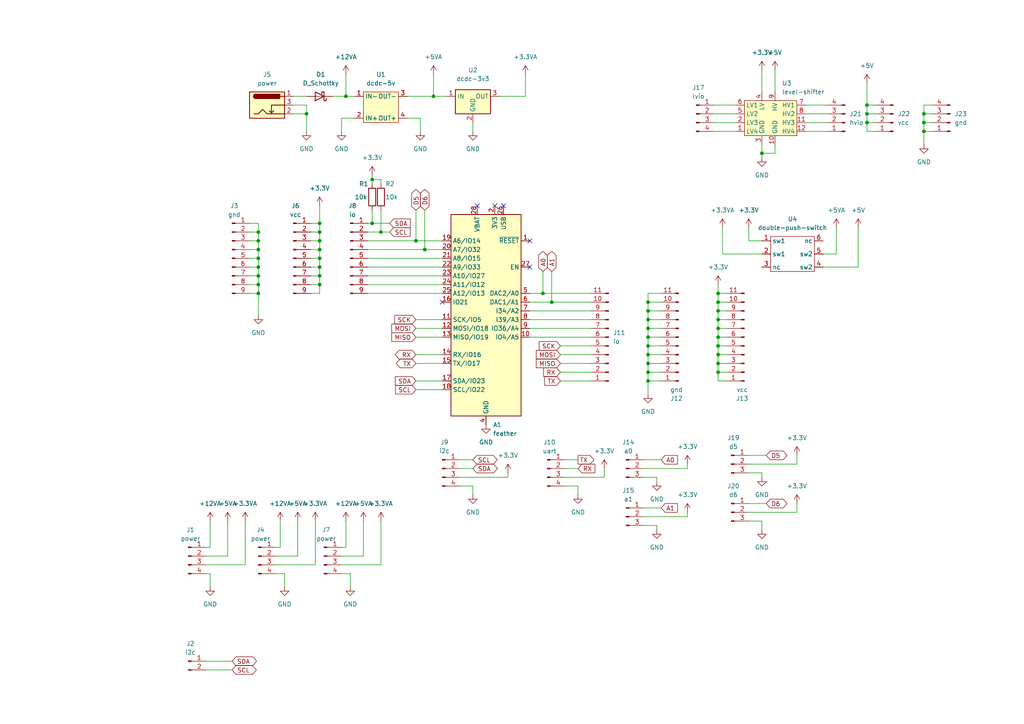
<source format=kicad_sch>
(kicad_sch (version 20211123) (generator eeschema)
  (paper "A4")
  (lib_symbols
    (symbol "Connector:Barrel_Jack_Switch" (pin_names hide)
      (property "Reference" "J" (at 0 5.334 0))
      (property "Value" "Barrel_Jack_Switch" (at 0 -5.08 0))
      (symbol "Barrel_Jack_Switch_0_1"
        (rectangle (start -5.08 3.81) (end 5.08 -3.81) (stroke (width 0.254)) (fill (type background)))
        (arc (start -3.302 3.175) (mid -3.937 2.54) (end -3.302 1.905) (stroke (width 0.254)))
        (arc (start -3.302 3.175) (mid -3.937 2.54) (end -3.302 1.905) (stroke (width 0.254)) (fill (type outline)))
        (polyline (pts (xy 1.27 -2.286) (xy 1.905 -1.651)) (stroke (width 0.254)))
        (polyline (pts (xy 5.08 2.54) (xy 3.81 2.54)) (stroke (width 0.254)))
        (polyline (pts (xy 5.08 0) (xy 1.27 0) (xy 1.27 -2.286) (xy 0.635 -1.651)) (stroke (width 0.254)))
        (polyline (pts (xy -3.81 -2.54) (xy -2.54 -2.54) (xy -1.27 -1.27) (xy 0 -2.54) (xy 2.54 -2.54) (xy 5.08 -2.54)) (stroke (width 0.254)))
        (rectangle (start 3.683 3.175) (end -3.302 1.905) (stroke (width 0.254)) (fill (type outline)))
      )
      (symbol "Barrel_Jack_Switch_1_1"
        (pin passive line (at 7.62 2.54 180) (length 2.54) (name "~") (number "1"))
        (pin passive line (at 7.62 -2.54 180) (length 2.54) (name "~") (number "2"))
        (pin passive line (at 7.62 0 180) (length 2.54) (name "~") (number "3"))
      )
    )
    (symbol "Connector:Conn_01x02_Male" (pin_names (offset 1.016) hide)
      (property "Reference" "J" (at 0 2.54 0))
      (property "Value" "Conn_01x02_Male" (at 0 -5.08 0))
      (symbol "Conn_01x02_Male_1_1"
        (polyline (pts (xy 1.27 -2.54) (xy 0.8636 -2.54)) (stroke (width 0.1524)))
        (polyline (pts (xy 1.27 0) (xy 0.8636 0)) (stroke (width 0.1524)))
        (rectangle (start 0.8636 -2.413) (end 0 -2.667) (stroke (width 0.1524)) (fill (type outline)))
        (rectangle (start 0.8636 0.127) (end 0 -0.127) (stroke (width 0.1524)) (fill (type outline)))
        (pin passive line (at 5.08 0 180) (length 3.81) (name "Pin_1") (number "1"))
        (pin passive line (at 5.08 -2.54 180) (length 3.81) (name "Pin_2") (number "2"))
      )
    )
    (symbol "Connector:Conn_01x03_Male" (pin_names (offset 1.016) hide)
      (property "Reference" "J" (at 0 5.08 0))
      (property "Value" "Conn_01x03_Male" (at 0 -5.08 0))
      (symbol "Conn_01x03_Male_1_1"
        (polyline (pts (xy 1.27 -2.54) (xy 0.8636 -2.54)) (stroke (width 0.1524)))
        (polyline (pts (xy 1.27 0) (xy 0.8636 0)) (stroke (width 0.1524)))
        (polyline (pts (xy 1.27 2.54) (xy 0.8636 2.54)) (stroke (width 0.1524)))
        (rectangle (start 0.8636 -2.413) (end 0 -2.667) (stroke (width 0.1524)) (fill (type outline)))
        (rectangle (start 0.8636 0.127) (end 0 -0.127) (stroke (width 0.1524)) (fill (type outline)))
        (rectangle (start 0.8636 2.667) (end 0 2.413) (stroke (width 0.1524)) (fill (type outline)))
        (pin passive line (at 5.08 2.54 180) (length 3.81) (name "Pin_1") (number "1"))
        (pin passive line (at 5.08 0 180) (length 3.81) (name "Pin_2") (number "2"))
        (pin passive line (at 5.08 -2.54 180) (length 3.81) (name "Pin_3") (number "3"))
      )
    )
    (symbol "Connector:Conn_01x04_Male" (pin_names (offset 1.016) hide)
      (property "Reference" "J" (at 0 5.08 0))
      (property "Value" "Conn_01x04_Male" (at 0 -7.62 0))
      (symbol "Conn_01x04_Male_1_1"
        (polyline (pts (xy 1.27 -5.08) (xy 0.8636 -5.08)) (stroke (width 0.1524)))
        (polyline (pts (xy 1.27 -2.54) (xy 0.8636 -2.54)) (stroke (width 0.1524)))
        (polyline (pts (xy 1.27 0) (xy 0.8636 0)) (stroke (width 0.1524)))
        (polyline (pts (xy 1.27 2.54) (xy 0.8636 2.54)) (stroke (width 0.1524)))
        (rectangle (start 0.8636 -4.953) (end 0 -5.207) (stroke (width 0.1524)) (fill (type outline)))
        (rectangle (start 0.8636 -2.413) (end 0 -2.667) (stroke (width 0.1524)) (fill (type outline)))
        (rectangle (start 0.8636 0.127) (end 0 -0.127) (stroke (width 0.1524)) (fill (type outline)))
        (rectangle (start 0.8636 2.667) (end 0 2.413) (stroke (width 0.1524)) (fill (type outline)))
        (pin passive line (at 5.08 2.54 180) (length 3.81) (name "Pin_1") (number "1"))
        (pin passive line (at 5.08 0 180) (length 3.81) (name "Pin_2") (number "2"))
        (pin passive line (at 5.08 -2.54 180) (length 3.81) (name "Pin_3") (number "3"))
        (pin passive line (at 5.08 -5.08 180) (length 3.81) (name "Pin_4") (number "4"))
      )
    )
    (symbol "Connector:Conn_01x09_Male" (pin_names (offset 1.016) hide)
      (property "Reference" "J" (at 0 12.7 0))
      (property "Value" "Conn_01x09_Male" (at 0 -12.7 0))
      (symbol "Conn_01x09_Male_1_1"
        (polyline (pts (xy 1.27 -10.16) (xy 0.8636 -10.16)) (stroke (width 0.1524)))
        (polyline (pts (xy 1.27 -7.62) (xy 0.8636 -7.62)) (stroke (width 0.1524)))
        (polyline (pts (xy 1.27 -5.08) (xy 0.8636 -5.08)) (stroke (width 0.1524)))
        (polyline (pts (xy 1.27 -2.54) (xy 0.8636 -2.54)) (stroke (width 0.1524)))
        (polyline (pts (xy 1.27 0) (xy 0.8636 0)) (stroke (width 0.1524)))
        (polyline (pts (xy 1.27 2.54) (xy 0.8636 2.54)) (stroke (width 0.1524)))
        (polyline (pts (xy 1.27 5.08) (xy 0.8636 5.08)) (stroke (width 0.1524)))
        (polyline (pts (xy 1.27 7.62) (xy 0.8636 7.62)) (stroke (width 0.1524)))
        (polyline (pts (xy 1.27 10.16) (xy 0.8636 10.16)) (stroke (width 0.1524)))
        (rectangle (start 0.8636 -10.033) (end 0 -10.287) (stroke (width 0.1524)) (fill (type outline)))
        (rectangle (start 0.8636 -7.493) (end 0 -7.747) (stroke (width 0.1524)) (fill (type outline)))
        (rectangle (start 0.8636 -4.953) (end 0 -5.207) (stroke (width 0.1524)) (fill (type outline)))
        (rectangle (start 0.8636 -2.413) (end 0 -2.667) (stroke (width 0.1524)) (fill (type outline)))
        (rectangle (start 0.8636 0.127) (end 0 -0.127) (stroke (width 0.1524)) (fill (type outline)))
        (rectangle (start 0.8636 2.667) (end 0 2.413) (stroke (width 0.1524)) (fill (type outline)))
        (rectangle (start 0.8636 5.207) (end 0 4.953) (stroke (width 0.1524)) (fill (type outline)))
        (rectangle (start 0.8636 7.747) (end 0 7.493) (stroke (width 0.1524)) (fill (type outline)))
        (rectangle (start 0.8636 10.287) (end 0 10.033) (stroke (width 0.1524)) (fill (type outline)))
        (pin passive line (at 5.08 10.16 180) (length 3.81) (name "Pin_1") (number "1"))
        (pin passive line (at 5.08 7.62 180) (length 3.81) (name "Pin_2") (number "2"))
        (pin passive line (at 5.08 5.08 180) (length 3.81) (name "Pin_3") (number "3"))
        (pin passive line (at 5.08 2.54 180) (length 3.81) (name "Pin_4") (number "4"))
        (pin passive line (at 5.08 0 180) (length 3.81) (name "Pin_5") (number "5"))
        (pin passive line (at 5.08 -2.54 180) (length 3.81) (name "Pin_6") (number "6"))
        (pin passive line (at 5.08 -5.08 180) (length 3.81) (name "Pin_7") (number "7"))
        (pin passive line (at 5.08 -7.62 180) (length 3.81) (name "Pin_8") (number "8"))
        (pin passive line (at 5.08 -10.16 180) (length 3.81) (name "Pin_9") (number "9"))
      )
    )
    (symbol "Connector:Conn_01x11_Male" (pin_names (offset 1.016) hide)
      (property "Reference" "J" (at 0 15.24 0))
      (property "Value" "Conn_01x11_Male" (at 0 -15.24 0))
      (symbol "Conn_01x11_Male_1_1"
        (polyline (pts (xy 1.27 -12.7) (xy 0.8636 -12.7)) (stroke (width 0.1524)))
        (polyline (pts (xy 1.27 -10.16) (xy 0.8636 -10.16)) (stroke (width 0.1524)))
        (polyline (pts (xy 1.27 -7.62) (xy 0.8636 -7.62)) (stroke (width 0.1524)))
        (polyline (pts (xy 1.27 -5.08) (xy 0.8636 -5.08)) (stroke (width 0.1524)))
        (polyline (pts (xy 1.27 -2.54) (xy 0.8636 -2.54)) (stroke (width 0.1524)))
        (polyline (pts (xy 1.27 0) (xy 0.8636 0)) (stroke (width 0.1524)))
        (polyline (pts (xy 1.27 2.54) (xy 0.8636 2.54)) (stroke (width 0.1524)))
        (polyline (pts (xy 1.27 5.08) (xy 0.8636 5.08)) (stroke (width 0.1524)))
        (polyline (pts (xy 1.27 7.62) (xy 0.8636 7.62)) (stroke (width 0.1524)))
        (polyline (pts (xy 1.27 10.16) (xy 0.8636 10.16)) (stroke (width 0.1524)))
        (polyline (pts (xy 1.27 12.7) (xy 0.8636 12.7)) (stroke (width 0.1524)))
        (rectangle (start 0.8636 -12.573) (end 0 -12.827) (stroke (width 0.1524)) (fill (type outline)))
        (rectangle (start 0.8636 -10.033) (end 0 -10.287) (stroke (width 0.1524)) (fill (type outline)))
        (rectangle (start 0.8636 -7.493) (end 0 -7.747) (stroke (width 0.1524)) (fill (type outline)))
        (rectangle (start 0.8636 -4.953) (end 0 -5.207) (stroke (width 0.1524)) (fill (type outline)))
        (rectangle (start 0.8636 -2.413) (end 0 -2.667) (stroke (width 0.1524)) (fill (type outline)))
        (rectangle (start 0.8636 0.127) (end 0 -0.127) (stroke (width 0.1524)) (fill (type outline)))
        (rectangle (start 0.8636 2.667) (end 0 2.413) (stroke (width 0.1524)) (fill (type outline)))
        (rectangle (start 0.8636 5.207) (end 0 4.953) (stroke (width 0.1524)) (fill (type outline)))
        (rectangle (start 0.8636 7.747) (end 0 7.493) (stroke (width 0.1524)) (fill (type outline)))
        (rectangle (start 0.8636 10.287) (end 0 10.033) (stroke (width 0.1524)) (fill (type outline)))
        (rectangle (start 0.8636 12.827) (end 0 12.573) (stroke (width 0.1524)) (fill (type outline)))
        (pin passive line (at 5.08 12.7 180) (length 3.81) (name "Pin_1") (number "1"))
        (pin passive line (at 5.08 -10.16 180) (length 3.81) (name "Pin_10") (number "10"))
        (pin passive line (at 5.08 -12.7 180) (length 3.81) (name "Pin_11") (number "11"))
        (pin passive line (at 5.08 10.16 180) (length 3.81) (name "Pin_2") (number "2"))
        (pin passive line (at 5.08 7.62 180) (length 3.81) (name "Pin_3") (number "3"))
        (pin passive line (at 5.08 5.08 180) (length 3.81) (name "Pin_4") (number "4"))
        (pin passive line (at 5.08 2.54 180) (length 3.81) (name "Pin_5") (number "5"))
        (pin passive line (at 5.08 0 180) (length 3.81) (name "Pin_6") (number "6"))
        (pin passive line (at 5.08 -2.54 180) (length 3.81) (name "Pin_7") (number "7"))
        (pin passive line (at 5.08 -5.08 180) (length 3.81) (name "Pin_8") (number "8"))
        (pin passive line (at 5.08 -7.62 180) (length 3.81) (name "Pin_9") (number "9"))
      )
    )
    (symbol "Converter_DCDC:OKI-78SR-3.3_1.5-W36-C"
      (property "Reference" "U" (at -3.81 3.175 0))
      (property "Value" "OKI-78SR-3.3_1.5-W36-C" (at 0 3.175 0))
      (symbol "OKI-78SR-3.3_1.5-W36-C_0_1"
        (rectangle (start -5.08 1.905) (end 5.08 -5.08) (stroke (width 0.254)) (fill (type background)))
      )
      (symbol "OKI-78SR-3.3_1.5-W36-C_1_1"
        (pin power_in line (at -7.62 0 0) (length 2.54) (name "IN") (number "1"))
        (pin power_in line (at 0 -7.62 90) (length 2.54) (name "GND") (number "2"))
        (pin power_out line (at 7.62 0 180) (length 2.54) (name "OUT") (number "3"))
      )
    )
    (symbol "Device:D_Schottky" (pin_numbers hide) (pin_names (offset 1.016) hide)
      (property "Reference" "D" (at 0 2.54 0))
      (property "Value" "D_Schottky" (at 0 -2.54 0))
      (symbol "D_Schottky_0_1"
        (polyline (pts (xy 1.27 0) (xy -1.27 0)))
        (polyline (pts (xy 1.27 1.27) (xy 1.27 -1.27) (xy -1.27 0) (xy 1.27 1.27)) (stroke (width 0.254)))
        (polyline (pts (xy -1.905 0.635) (xy -1.905 1.27) (xy -1.27 1.27) (xy -1.27 -1.27) (xy -0.635 -1.27) (xy -0.635 -0.635)) (stroke (width 0.254)))
      )
      (symbol "D_Schottky_1_1"
        (pin passive line (at -3.81 0 0) (length 2.54) (name "K") (number "1"))
        (pin passive line (at 3.81 0 180) (length 2.54) (name "A") (number "2"))
      )
    )
    (symbol "Device:R" (pin_numbers hide) (pin_names (offset 0))
      (property "Reference" "R" (at 2.032 0 90))
      (property "Value" "R" (at 0 0 90))
      (symbol "R_0_1"
        (rectangle (start -1.016 -2.54) (end 1.016 2.54) (stroke (width 0.254)))
      )
      (symbol "R_1_1"
        (pin passive line (at 0 3.81 270) (length 1.27) (name "~") (number "1"))
        (pin passive line (at 0 -3.81 90) (length 1.27) (name "~") (number "2"))
      )
    )
    (symbol "MCU_Module:Adafruit_Feather_HUZZAH32_ESP32"
      (property "Reference" "A" (at -10.16 29.21 0))
      (property "Value" "Adafruit_Feather_HUZZAH32_ESP32" (at 2.54 -31.75 0))
      (symbol "Adafruit_Feather_HUZZAH32_ESP32_0_1"
        (rectangle (start -10.16 27.94) (end 10.16 -30.48) (stroke (width 0.254)) (fill (type background)))
      )
      (symbol "Adafruit_Feather_HUZZAH32_ESP32_1_1"
        (pin input line (at 12.7 20.32 180) (length 2.54) (name "~{RESET}") (number "1"))
        (pin bidirectional line (at 12.7 -7.62 180) (length 2.54) (name "IO4/A5") (number "10"))
        (pin bidirectional line (at -12.7 -2.54 0) (length 2.54) (name "SCK/IO5") (number "11"))
        (pin bidirectional line (at -12.7 -5.08 0) (length 2.54) (name "MOSI/IO18") (number "12"))
        (pin bidirectional line (at -12.7 -7.62 0) (length 2.54) (name "MISO/IO19") (number "13"))
        (pin bidirectional line (at -12.7 -12.7 0) (length 2.54) (name "RX/IO16") (number "14"))
        (pin bidirectional line (at -12.7 -15.24 0) (length 2.54) (name "TX/IO17") (number "15"))
        (pin bidirectional line (at -12.7 2.54 0) (length 2.54) (name "IO21") (number "16"))
        (pin bidirectional line (at -12.7 -20.32 0) (length 2.54) (name "SDA/IO23") (number "17"))
        (pin bidirectional line (at -12.7 -22.86 0) (length 2.54) (name "SCL/IO22") (number "18"))
        (pin bidirectional line (at -12.7 20.32 0) (length 2.54) (name "A6/IO14") (number "19"))
        (pin power_in line (at 2.54 30.48 270) (length 2.54) (name "3V3") (number "2"))
        (pin bidirectional line (at -12.7 17.78 0) (length 2.54) (name "A7/IO32") (number "20"))
        (pin bidirectional line (at -12.7 15.24 0) (length 2.54) (name "A8/IO15") (number "21"))
        (pin bidirectional line (at -12.7 12.7 0) (length 2.54) (name "A9/IO33") (number "22"))
        (pin bidirectional line (at -12.7 10.16 0) (length 2.54) (name "A10/IO27") (number "23"))
        (pin bidirectional line (at -12.7 7.62 0) (length 2.54) (name "A11/IO12") (number "24"))
        (pin bidirectional line (at -12.7 5.08 0) (length 2.54) (name "A12/IO13") (number "25"))
        (pin power_in line (at 5.08 30.48 270) (length 2.54) (name "USB") (number "26"))
        (pin input line (at 12.7 12.7 180) (length 2.54) (name "EN") (number "27"))
        (pin power_in line (at -2.54 30.48 270) (length 2.54) (name "VBAT") (number "28"))
        (pin no_connect line (at 10.16 10.16 180) (length 2.54) hide (name "NC") (number "3"))
        (pin power_in line (at 0 -33.02 90) (length 2.54) (name "GND") (number "4"))
        (pin bidirectional line (at 12.7 5.08 180) (length 2.54) (name "DAC2/A0") (number "5"))
        (pin bidirectional line (at 12.7 2.54 180) (length 2.54) (name "DAC1/A1") (number "6"))
        (pin bidirectional line (at 12.7 0 180) (length 2.54) (name "I34/A2") (number "7"))
        (pin bidirectional line (at 12.7 -2.54 180) (length 2.54) (name "I39/A3") (number "8"))
        (pin bidirectional line (at 12.7 -5.08 180) (length 2.54) (name "IO36/A4") (number "9"))
      )
    )
    (symbol "My_Library:dcdc-converter"
      (property "Reference" "U" (at 0 0 0))
      (property "Value" "dcdc-converter" (at 0 0 0))
      (symbol "dcdc-converter_0_1"
        (rectangle (start 5.08 -3.81) (end -5.08 5.08) (fill (type background)))
      )
      (symbol "dcdc-converter_1_1"
        (pin power_in line (at -7.62 3.81 0) (length 2.54) (name "IN-") (number "1"))
        (pin power_in line (at -7.62 -2.54 0) (length 2.54) (name "IN+") (number "2"))
        (pin power_out line (at 7.62 3.81 180) (length 2.54) (name "OUT-") (number "3"))
        (pin power_out line (at 7.62 -2.54 180) (length 2.54) (name "OUT+") (number "4"))
      )
    )
    (symbol "My_Library:double-push-switch"
      (property "Reference" "U" (at 0 0 0))
      (property "Value" "double-push-switch" (at 0 8.89 0))
      (symbol "double-push-switch_0_1"
        (rectangle (start -6.35 5.08) (end 6.35 -5.08))
      )
      (symbol "double-push-switch_1_1"
        (pin power_out line (at -8.89 3.81 0) (length 2.54) (name "sw1") (number "1"))
        (pin power_in line (at -8.89 0 0) (length 2.54) (name "sw1") (number "2"))
        (pin free line (at -8.89 -3.81 0) (length 2.54) (name "nc") (number "3"))
        (pin power_out line (at 8.89 -3.81 180) (length 2.54) (name "sw2") (number "4"))
        (pin power_in line (at 8.89 0 180) (length 2.54) (name "sw2") (number "5"))
        (pin free line (at 8.89 3.81 180) (length 2.54) (name "nc") (number "6"))
      )
    )
    (symbol "My_Library:level-shifter"
      (property "Reference" "U" (at 0 0 0))
      (property "Value" "level-shifter" (at 0 0 0))
      (symbol "level-shifter_0_1"
        (rectangle (start -3.81 3.81) (end 11.43 -6.35) (fill (type background)))
      )
      (symbol "level-shifter_1_1"
        (pin bidirectional line (at -6.35 -5.08 0) (length 2.54) (name "LV4") (number "1"))
        (pin power_in line (at 5.08 -8.89 90) (length 2.54) (name "GND") (number "10"))
        (pin bidirectional line (at 13.97 -2.54 180) (length 2.54) (name "HV3") (number "11"))
        (pin bidirectional line (at 13.97 -5.08 180) (length 2.54) (name "HV4") (number "12"))
        (pin bidirectional line (at -6.35 -2.54 0) (length 2.54) (name "LV3") (number "2"))
        (pin power_in line (at 1.27 -8.89 90) (length 2.54) (name "GND") (number "3"))
        (pin power_in line (at 1.27 6.35 270) (length 2.54) (name "LV") (number "4"))
        (pin bidirectional line (at -6.35 0 0) (length 2.54) (name "LV2") (number "5"))
        (pin bidirectional line (at -6.35 2.54 0) (length 2.54) (name "LV1") (number "6"))
        (pin bidirectional line (at 13.97 2.54 180) (length 2.54) (name "HV1") (number "7"))
        (pin bidirectional line (at 13.97 0 180) (length 2.54) (name "HV2") (number "8"))
        (pin power_in line (at 5.08 6.35 270) (length 2.54) (name "HV") (number "9"))
      )
    )
    (symbol "power:+12VA" (power) (pin_names (offset 0))
      (property "Value" "+12VA" (at 0 3.556 0))
      (symbol "+12VA_0_1"
        (polyline (pts (xy -0.762 1.27) (xy 0 2.54)))
        (polyline (pts (xy 0 0) (xy 0 2.54)))
        (polyline (pts (xy 0 2.54) (xy 0.762 1.27)))
      )
      (symbol "+12VA_1_1"
        (pin power_in line (at 0 0 90) (length 0) hide (name "+12VA") (number "1"))
      )
    )
    (symbol "power:+3.3V" (power) (pin_names (offset 0))
      (property "Value" "+3.3V" (at 0 3.556 0))
      (symbol "+3.3V_0_1"
        (polyline (pts (xy -0.762 1.27) (xy 0 2.54)))
        (polyline (pts (xy 0 0) (xy 0 2.54)))
        (polyline (pts (xy 0 2.54) (xy 0.762 1.27)))
      )
      (symbol "+3.3V_1_1"
        (pin power_in line (at 0 0 90) (length 0) hide (name "+3.3V") (number "1"))
      )
    )
    (symbol "power:+3.3VA" (power) (pin_names (offset 0))
      (property "Value" "+3.3VA" (at 0 3.556 0))
      (symbol "+3.3VA_0_1"
        (polyline (pts (xy -0.762 1.27) (xy 0 2.54)))
        (polyline (pts (xy 0 0) (xy 0 2.54)))
        (polyline (pts (xy 0 2.54) (xy 0.762 1.27)))
      )
      (symbol "+3.3VA_1_1"
        (pin power_in line (at 0 0 90) (length 0) hide (name "+3.3VA") (number "1"))
      )
    )
    (symbol "power:+5V" (power) (pin_names (offset 0))
      (property "Value" "+5V" (at 0 3.556 0))
      (symbol "+5V_0_1"
        (polyline (pts (xy -0.762 1.27) (xy 0 2.54)))
        (polyline (pts (xy 0 0) (xy 0 2.54)))
        (polyline (pts (xy 0 2.54) (xy 0.762 1.27)))
      )
      (symbol "+5V_1_1"
        (pin power_in line (at 0 0 90) (length 0) hide (name "+5V") (number "1"))
      )
    )
    (symbol "power:+5VA" (power) (pin_names (offset 0))
      (property "Value" "+5VA" (at 0 3.556 0))
      (symbol "+5VA_0_1"
        (polyline (pts (xy -0.762 1.27) (xy 0 2.54)))
        (polyline (pts (xy 0 0) (xy 0 2.54)))
        (polyline (pts (xy 0 2.54) (xy 0.762 1.27)))
      )
      (symbol "+5VA_1_1"
        (pin power_in line (at 0 0 90) (length 0) hide (name "+5VA") (number "1"))
      )
    )
    (symbol "power:GND" (power) (pin_names (offset 0))
      (property "Value" "GND" (at 0 -3.81 0))
      (symbol "GND_0_1"
        (polyline (pts (xy 0 0) (xy 0 -1.27) (xy 1.27 -1.27) (xy 0 -2.54) (xy -1.27 -1.27) (xy 0 -1.27)))
      )
      (symbol "GND_1_1"
        (pin power_in line (at 0 0 270) (length 0) hide (name "GND") (number "1"))
      )
    )
  )
  (junction (at 208.28 87.63))
  (junction (at 187.96 90.17))
  (junction (at 267.97 33.02))
  (junction (at 92.71 69.85))
  (junction (at 220.98 44.45))
  (junction (at 208.28 92.71))
  (junction (at 208.28 105.41))
  (junction (at 120.65 69.85))
  (junction (at 110.49 67.31))
  (junction (at 187.96 92.71))
  (junction (at 74.93 69.85))
  (junction (at 92.71 72.39))
  (junction (at 187.96 97.79))
  (junction (at 208.28 100.33))
  (junction (at 187.96 102.87))
  (junction (at 208.28 97.79))
  (junction (at 74.93 85.09))
  (junction (at 187.96 87.63))
  (junction (at 208.28 90.17))
  (junction (at 187.96 107.95))
  (junction (at 187.96 110.49))
  (junction (at 74.93 77.47))
  (junction (at 208.28 95.25))
  (junction (at 267.97 38.1))
  (junction (at 187.96 95.25))
  (junction (at 208.28 85.09))
  (junction (at 74.93 72.39))
  (junction (at 92.71 82.55))
  (junction (at 107.95 52.07))
  (junction (at 187.96 105.41))
  (junction (at 74.93 82.55))
  (junction (at 92.71 74.93))
  (junction (at 251.46 35.56))
  (junction (at 187.96 100.33))
  (junction (at 208.28 102.87))
  (junction (at 157.48 85.09))
  (junction (at 123.19 72.39))
  (junction (at 160.02 87.63))
  (junction (at 100.33 27.94))
  (junction (at 74.93 80.01))
  (junction (at 107.95 64.77))
  (junction (at 267.97 35.56))
  (junction (at 125.73 27.94))
  (junction (at 88.9 33.02))
  (junction (at 74.93 67.31))
  (junction (at 74.93 74.93))
  (junction (at 92.71 64.77))
  (junction (at 251.46 33.02))
  (junction (at 92.71 77.47))
  (junction (at 208.28 107.95))
  (junction (at 251.46 30.48))
  (junction (at 92.71 80.01))
  (junction (at 92.71 67.31))
  (no_connect (at 138.43 59.69))
  (no_connect (at 146.05 59.69))
  (no_connect (at 143.51 59.69))
  (no_connect (at 128.27 87.63))
  (no_connect (at 153.67 77.47))
  (no_connect (at 153.67 69.85))
  (wire (pts (xy 187.96 110.49) (xy 187.96 114.3)))
  (wire (pts (xy 210.82 102.87) (xy 208.28 102.87)))
  (wire (pts (xy 80.01 166.37) (xy 82.55 166.37)))
  (wire (pts (xy 74.93 67.31) (xy 74.93 69.85)))
  (wire (pts (xy 72.39 77.47) (xy 74.93 77.47)))
  (wire (pts (xy 133.35 140.97) (xy 137.16 140.97)))
  (wire (pts (xy 85.09 27.94) (xy 88.9 27.94)))
  (wire (pts (xy 59.69 161.29) (xy 66.04 161.29)))
  (wire (pts (xy 208.28 102.87) (xy 208.28 105.41)))
  (wire (pts (xy 231.14 148.59) (xy 231.14 146.05)))
  (wire (pts (xy 186.69 152.4) (xy 190.5 152.4)))
  (wire (pts (xy 251.46 30.48) (xy 251.46 33.02)))
  (wire (pts (xy 210.82 97.79) (xy 208.28 97.79)))
  (wire (pts (xy 72.39 69.85) (xy 74.93 69.85)))
  (wire (pts (xy 162.56 107.95) (xy 171.45 107.95)))
  (wire (pts (xy 238.76 77.47) (xy 248.92 77.47)))
  (wire (pts (xy 59.69 166.37) (xy 60.96 166.37)))
  (wire (pts (xy 60.96 166.37) (xy 60.96 170.18)))
  (wire (pts (xy 217.17 146.05) (xy 222.25 146.05)))
  (wire (pts (xy 224.79 41.91) (xy 224.79 44.45)))
  (wire (pts (xy 199.39 149.86) (xy 199.39 148.59)))
  (wire (pts (xy 187.96 107.95) (xy 187.96 105.41)))
  (wire (pts (xy 120.65 105.41) (xy 128.27 105.41)))
  (wire (pts (xy 74.93 64.77) (xy 74.93 67.31)))
  (wire (pts (xy 110.49 60.96) (xy 110.49 67.31)))
  (wire (pts (xy 191.77 87.63) (xy 187.96 87.63)))
  (wire (pts (xy 251.46 33.02) (xy 251.46 35.56)))
  (wire (pts (xy 153.67 92.71) (xy 171.45 92.71)))
  (wire (pts (xy 248.92 77.47) (xy 248.92 66.04)))
  (wire (pts (xy 80.01 158.75) (xy 81.28 158.75)))
  (wire (pts (xy 186.69 147.32) (xy 191.77 147.32)))
  (wire (pts (xy 163.83 133.35) (xy 167.64 133.35)))
  (wire (pts (xy 153.67 97.79) (xy 171.45 97.79)))
  (wire (pts (xy 60.96 158.75) (xy 59.69 158.75)))
  (wire (pts (xy 121.92 34.29) (xy 121.92 38.1)))
  (wire (pts (xy 191.77 90.17) (xy 187.96 90.17)))
  (wire (pts (xy 186.69 135.89) (xy 199.39 135.89)))
  (wire (pts (xy 220.98 20.32) (xy 220.98 26.67)))
  (wire (pts (xy 190.5 152.4) (xy 190.5 153.67)))
  (wire (pts (xy 217.17 69.85) (xy 220.98 69.85)))
  (wire (pts (xy 106.68 74.93) (xy 128.27 74.93)))
  (wire (pts (xy 92.71 64.77) (xy 92.71 67.31)))
  (wire (pts (xy 100.33 21.59) (xy 100.33 27.94)))
  (wire (pts (xy 217.17 132.08) (xy 222.25 132.08)))
  (wire (pts (xy 187.96 110.49) (xy 187.96 107.95)))
  (wire (pts (xy 72.39 80.01) (xy 74.93 80.01)))
  (wire (pts (xy 270.51 35.56) (xy 267.97 35.56)))
  (wire (pts (xy 120.65 102.87) (xy 128.27 102.87)))
  (wire (pts (xy 99.06 166.37) (xy 101.6 166.37)))
  (wire (pts (xy 186.69 138.43) (xy 190.5 138.43)))
  (wire (pts (xy 191.77 85.09) (xy 187.96 85.09)))
  (wire (pts (xy 80.01 161.29) (xy 86.36 161.29)))
  (wire (pts (xy 152.4 21.59) (xy 152.4 27.94)))
  (wire (pts (xy 90.17 72.39) (xy 92.71 72.39)))
  (wire (pts (xy 163.83 138.43) (xy 175.26 138.43)))
  (wire (pts (xy 153.67 90.17) (xy 171.45 90.17)))
  (wire (pts (xy 251.46 24.13) (xy 251.46 30.48)))
  (wire (pts (xy 187.96 102.87) (xy 187.96 100.33)))
  (wire (pts (xy 120.65 113.03) (xy 128.27 113.03)))
  (wire (pts (xy 224.79 20.32) (xy 224.79 26.67)))
  (wire (pts (xy 107.95 52.07) (xy 107.95 53.34)))
  (wire (pts (xy 210.82 107.95) (xy 208.28 107.95)))
  (wire (pts (xy 160.02 78.74) (xy 160.02 87.63)))
  (wire (pts (xy 187.96 105.41) (xy 187.96 102.87)))
  (wire (pts (xy 110.49 52.07) (xy 107.95 52.07)))
  (wire (pts (xy 125.73 27.94) (xy 129.54 27.94)))
  (wire (pts (xy 160.02 87.63) (xy 171.45 87.63)))
  (wire (pts (xy 217.17 66.04) (xy 217.17 69.85)))
  (wire (pts (xy 100.33 27.94) (xy 102.87 27.94)))
  (wire (pts (xy 208.28 95.25) (xy 208.28 97.79)))
  (wire (pts (xy 133.35 138.43) (xy 147.32 138.43)))
  (wire (pts (xy 267.97 33.02) (xy 267.97 35.56)))
  (wire (pts (xy 210.82 85.09) (xy 208.28 85.09)))
  (wire (pts (xy 72.39 74.93) (xy 74.93 74.93)))
  (wire (pts (xy 186.69 149.86) (xy 199.39 149.86)))
  (wire (pts (xy 106.68 80.01) (xy 128.27 80.01)))
  (wire (pts (xy 251.46 38.1) (xy 254 38.1)))
  (wire (pts (xy 210.82 100.33) (xy 208.28 100.33)))
  (wire (pts (xy 187.96 97.79) (xy 187.96 95.25)))
  (wire (pts (xy 191.77 100.33) (xy 187.96 100.33)))
  (wire (pts (xy 210.82 105.41) (xy 208.28 105.41)))
  (wire (pts (xy 137.16 35.56) (xy 137.16 38.1)))
  (wire (pts (xy 92.71 69.85) (xy 92.71 72.39)))
  (wire (pts (xy 210.82 87.63) (xy 208.28 87.63)))
  (wire (pts (xy 171.45 85.09) (xy 157.48 85.09)))
  (wire (pts (xy 120.65 69.85) (xy 128.27 69.85)))
  (wire (pts (xy 80.01 163.83) (xy 91.44 163.83)))
  (wire (pts (xy 217.17 151.13) (xy 220.98 151.13)))
  (wire (pts (xy 99.06 158.75) (xy 100.33 158.75)))
  (wire (pts (xy 208.28 87.63) (xy 208.28 90.17)))
  (wire (pts (xy 74.93 74.93) (xy 74.93 77.47)))
  (wire (pts (xy 191.77 95.25) (xy 187.96 95.25)))
  (wire (pts (xy 90.17 74.93) (xy 92.71 74.93)))
  (wire (pts (xy 270.51 38.1) (xy 267.97 38.1)))
  (wire (pts (xy 99.06 34.29) (xy 99.06 38.1)))
  (wire (pts (xy 191.77 105.41) (xy 187.96 105.41)))
  (wire (pts (xy 92.71 74.93) (xy 92.71 72.39)))
  (wire (pts (xy 133.35 133.35) (xy 137.16 133.35)))
  (wire (pts (xy 175.26 138.43) (xy 175.26 135.89)))
  (wire (pts (xy 72.39 82.55) (xy 74.93 82.55)))
  (wire (pts (xy 110.49 53.34) (xy 110.49 52.07)))
  (wire (pts (xy 92.71 82.55) (xy 92.71 80.01)))
  (wire (pts (xy 125.73 21.59) (xy 125.73 27.94)))
  (wire (pts (xy 92.71 80.01) (xy 92.71 77.47)))
  (wire (pts (xy 208.28 97.79) (xy 208.28 100.33)))
  (wire (pts (xy 90.17 67.31) (xy 92.71 67.31)))
  (wire (pts (xy 82.55 166.37) (xy 82.55 170.18)))
  (wire (pts (xy 90.17 82.55) (xy 92.71 82.55)))
  (wire (pts (xy 71.12 163.83) (xy 71.12 151.13)))
  (wire (pts (xy 163.83 135.89) (xy 167.64 135.89)))
  (wire (pts (xy 92.71 59.69) (xy 92.71 64.77)))
  (wire (pts (xy 144.78 27.94) (xy 152.4 27.94)))
  (wire (pts (xy 153.67 85.09) (xy 157.48 85.09)))
  (wire (pts (xy 270.51 33.02) (xy 267.97 33.02)))
  (wire (pts (xy 100.33 158.75) (xy 100.33 151.13)))
  (wire (pts (xy 220.98 41.91) (xy 220.98 44.45)))
  (wire (pts (xy 118.11 27.94) (xy 125.73 27.94)))
  (wire (pts (xy 209.55 73.66) (xy 220.98 73.66)))
  (wire (pts (xy 72.39 72.39) (xy 74.93 72.39)))
  (wire (pts (xy 208.28 107.95) (xy 208.28 110.49)))
  (wire (pts (xy 86.36 161.29) (xy 86.36 151.13)))
  (wire (pts (xy 231.14 134.62) (xy 231.14 132.08)))
  (wire (pts (xy 208.28 105.41) (xy 208.28 107.95)))
  (wire (pts (xy 153.67 87.63) (xy 160.02 87.63)))
  (wire (pts (xy 81.28 158.75) (xy 81.28 151.13)))
  (wire (pts (xy 167.64 140.97) (xy 167.64 143.51)))
  (wire (pts (xy 220.98 151.13) (xy 220.98 153.67)))
  (wire (pts (xy 106.68 72.39) (xy 123.19 72.39)))
  (wire (pts (xy 120.65 97.79) (xy 128.27 97.79)))
  (wire (pts (xy 123.19 72.39) (xy 128.27 72.39)))
  (wire (pts (xy 210.82 95.25) (xy 208.28 95.25)))
  (wire (pts (xy 118.11 34.29) (xy 121.92 34.29)))
  (wire (pts (xy 110.49 67.31) (xy 113.03 67.31)))
  (wire (pts (xy 90.17 77.47) (xy 92.71 77.47)))
  (wire (pts (xy 147.32 138.43) (xy 147.32 137.16)))
  (wire (pts (xy 90.17 64.77) (xy 92.71 64.77)))
  (wire (pts (xy 224.79 44.45) (xy 220.98 44.45)))
  (wire (pts (xy 74.93 85.09) (xy 74.93 91.44)))
  (wire (pts (xy 106.68 82.55) (xy 128.27 82.55)))
  (wire (pts (xy 162.56 105.41) (xy 171.45 105.41)))
  (wire (pts (xy 157.48 78.74) (xy 157.48 85.09)))
  (wire (pts (xy 251.46 35.56) (xy 254 35.56)))
  (wire (pts (xy 66.04 161.29) (xy 66.04 151.13)))
  (wire (pts (xy 120.65 92.71) (xy 128.27 92.71)))
  (wire (pts (xy 207.01 35.56) (xy 213.36 35.56)))
  (wire (pts (xy 220.98 44.45) (xy 220.98 45.72)))
  (wire (pts (xy 186.69 133.35) (xy 191.77 133.35)))
  (wire (pts (xy 207.01 33.02) (xy 213.36 33.02)))
  (wire (pts (xy 99.06 161.29) (xy 105.41 161.29)))
  (wire (pts (xy 133.35 135.89) (xy 137.16 135.89)))
  (wire (pts (xy 74.93 69.85) (xy 74.93 72.39)))
  (wire (pts (xy 162.56 110.49) (xy 171.45 110.49)))
  (wire (pts (xy 59.69 191.77) (xy 67.31 191.77)))
  (wire (pts (xy 217.17 137.16) (xy 220.98 137.16)))
  (wire (pts (xy 209.55 66.04) (xy 209.55 73.66)))
  (wire (pts (xy 233.68 35.56) (xy 240.03 35.56)))
  (wire (pts (xy 238.76 73.66) (xy 242.57 73.66)))
  (wire (pts (xy 74.93 80.01) (xy 74.93 82.55)))
  (wire (pts (xy 187.96 92.71) (xy 187.96 90.17)))
  (wire (pts (xy 267.97 35.56) (xy 267.97 38.1)))
  (wire (pts (xy 88.9 33.02) (xy 88.9 38.1)))
  (wire (pts (xy 208.28 90.17) (xy 208.28 92.71)))
  (wire (pts (xy 72.39 67.31) (xy 74.93 67.31)))
  (wire (pts (xy 88.9 30.48) (xy 88.9 33.02)))
  (wire (pts (xy 208.28 92.71) (xy 208.28 95.25)))
  (wire (pts (xy 106.68 69.85) (xy 120.65 69.85)))
  (wire (pts (xy 92.71 85.09) (xy 92.71 82.55)))
  (wire (pts (xy 251.46 35.56) (xy 251.46 38.1)))
  (wire (pts (xy 123.19 60.96) (xy 123.19 72.39)))
  (wire (pts (xy 270.51 30.48) (xy 267.97 30.48)))
  (wire (pts (xy 199.39 135.89) (xy 199.39 134.62)))
  (wire (pts (xy 210.82 92.71) (xy 208.28 92.71)))
  (wire (pts (xy 233.68 30.48) (xy 240.03 30.48)))
  (wire (pts (xy 120.65 110.49) (xy 128.27 110.49)))
  (wire (pts (xy 208.28 85.09) (xy 208.28 87.63)))
  (wire (pts (xy 90.17 85.09) (xy 92.71 85.09)))
  (wire (pts (xy 59.69 194.31) (xy 67.31 194.31)))
  (wire (pts (xy 187.96 95.25) (xy 187.96 92.71)))
  (wire (pts (xy 60.96 151.13) (xy 60.96 158.75)))
  (wire (pts (xy 191.77 110.49) (xy 187.96 110.49)))
  (wire (pts (xy 90.17 80.01) (xy 92.71 80.01)))
  (wire (pts (xy 242.57 73.66) (xy 242.57 66.04)))
  (wire (pts (xy 120.65 95.25) (xy 128.27 95.25)))
  (wire (pts (xy 208.28 82.55) (xy 208.28 85.09)))
  (wire (pts (xy 92.71 67.31) (xy 92.71 69.85)))
  (wire (pts (xy 120.65 60.96) (xy 120.65 69.85)))
  (wire (pts (xy 74.93 77.47) (xy 74.93 80.01)))
  (wire (pts (xy 267.97 30.48) (xy 267.97 33.02)))
  (wire (pts (xy 187.96 100.33) (xy 187.96 97.79)))
  (wire (pts (xy 162.56 102.87) (xy 171.45 102.87)))
  (wire (pts (xy 72.39 85.09) (xy 74.93 85.09)))
  (wire (pts (xy 96.52 27.94) (xy 100.33 27.94)))
  (wire (pts (xy 251.46 33.02) (xy 254 33.02)))
  (wire (pts (xy 187.96 87.63) (xy 187.96 85.09)))
  (wire (pts (xy 106.68 77.47) (xy 128.27 77.47)))
  (wire (pts (xy 107.95 50.8) (xy 107.95 52.07)))
  (wire (pts (xy 190.5 138.43) (xy 190.5 139.7)))
  (wire (pts (xy 163.83 140.97) (xy 167.64 140.97)))
  (wire (pts (xy 207.01 38.1) (xy 213.36 38.1)))
  (wire (pts (xy 102.87 34.29) (xy 99.06 34.29)))
  (wire (pts (xy 191.77 102.87) (xy 187.96 102.87)))
  (wire (pts (xy 267.97 38.1) (xy 267.97 41.91)))
  (wire (pts (xy 217.17 148.59) (xy 231.14 148.59)))
  (wire (pts (xy 101.6 166.37) (xy 101.6 170.18)))
  (wire (pts (xy 106.68 85.09) (xy 128.27 85.09)))
  (wire (pts (xy 74.93 72.39) (xy 74.93 74.93)))
  (wire (pts (xy 106.68 67.31) (xy 110.49 67.31)))
  (wire (pts (xy 217.17 134.62) (xy 231.14 134.62)))
  (wire (pts (xy 91.44 163.83) (xy 91.44 151.13)))
  (wire (pts (xy 162.56 100.33) (xy 171.45 100.33)))
  (wire (pts (xy 59.69 163.83) (xy 71.12 163.83)))
  (wire (pts (xy 251.46 30.48) (xy 254 30.48)))
  (wire (pts (xy 233.68 33.02) (xy 240.03 33.02)))
  (wire (pts (xy 220.98 137.16) (xy 220.98 138.43)))
  (wire (pts (xy 233.68 38.1) (xy 240.03 38.1)))
  (wire (pts (xy 107.95 64.77) (xy 113.03 64.77)))
  (wire (pts (xy 137.16 140.97) (xy 137.16 143.51)))
  (wire (pts (xy 72.39 64.77) (xy 74.93 64.77)))
  (wire (pts (xy 207.01 30.48) (xy 213.36 30.48)))
  (wire (pts (xy 99.06 163.83) (xy 110.49 163.83)))
  (wire (pts (xy 191.77 97.79) (xy 187.96 97.79)))
  (wire (pts (xy 85.09 30.48) (xy 88.9 30.48)))
  (wire (pts (xy 92.71 77.47) (xy 92.71 74.93)))
  (wire (pts (xy 90.17 69.85) (xy 92.71 69.85)))
  (wire (pts (xy 74.93 82.55) (xy 74.93 85.09)))
  (wire (pts (xy 106.68 64.77) (xy 107.95 64.77)))
  (wire (pts (xy 210.82 110.49) (xy 208.28 110.49)))
  (wire (pts (xy 191.77 107.95) (xy 187.96 107.95)))
  (wire (pts (xy 191.77 92.71) (xy 187.96 92.71)))
  (wire (pts (xy 153.67 95.25) (xy 171.45 95.25)))
  (wire (pts (xy 187.96 90.17) (xy 187.96 87.63)))
  (wire (pts (xy 107.95 60.96) (xy 107.95 64.77)))
  (wire (pts (xy 105.41 161.29) (xy 105.41 151.13)))
  (wire (pts (xy 85.09 33.02) (xy 88.9 33.02)))
  (wire (pts (xy 110.49 163.83) (xy 110.49 151.13)))
  (wire (pts (xy 210.82 90.17) (xy 208.28 90.17)))
  (wire (pts (xy 208.28 100.33) (xy 208.28 102.87)))
  (global_label "SCL" (shape bidirectional) (at 137.16 133.35 0) (property "Intersheet References" "${INTERSHEET_REFS}" (effects hide)))
  (global_label "MISO" (shape input) (at 120.65 97.79 180) (property "Intersheet References" "${INTERSHEET_REFS}" (effects hide)))
  (global_label "SCL" (shape input) (at 113.03 67.31 0) (property "Intersheet References" "${INTERSHEET_REFS}" (effects hide)))
  (global_label "A0" (shape input) (at 191.77 133.35 0) (property "Intersheet References" "${INTERSHEET_REFS}" (effects hide)))
  (global_label "D5" (shape bidirectional) (at 222.25 132.08 0) (property "Intersheet References" "${INTERSHEET_REFS}" (effects hide)))
  (global_label "SCL" (shape bidirectional) (at 67.31 194.31 0) (property "Intersheet References" "${INTERSHEET_REFS}" (effects hide)))
  (global_label "MOSI" (shape input) (at 120.65 95.25 180) (property "Intersheet References" "${INTERSHEET_REFS}" (effects hide)))
  (global_label "TX" (shape input) (at 162.56 110.49 180) (property "Intersheet References" "${INTERSHEET_REFS}" (effects hide)))
  (global_label "RX" (shape input) (at 162.56 107.95 180) (property "Intersheet References" "${INTERSHEET_REFS}" (effects hide)))
  (global_label "D6" (shape bidirectional) (at 123.19 60.96 90) (property "Intersheet References" "${INTERSHEET_REFS}" (effects hide)))
  (global_label "D5" (shape bidirectional) (at 120.65 60.96 90) (property "Intersheet References" "${INTERSHEET_REFS}" (effects hide)))
  (global_label "SDA" (shape bidirectional) (at 137.16 135.89 0) (property "Intersheet References" "${INTERSHEET_REFS}" (effects hide)))
  (global_label "A0" (shape bidirectional) (at 157.48 78.74 90) (property "Intersheet References" "${INTERSHEET_REFS}" (effects hide)))
  (global_label "TX" (shape output) (at 167.64 133.35 0) (property "Intersheet References" "${INTERSHEET_REFS}" (effects hide)))
  (global_label "SDA" (shape bidirectional) (at 67.31 191.77 0) (property "Intersheet References" "${INTERSHEET_REFS}" (effects hide)))
  (global_label "RX" (shape input) (at 167.64 135.89 0) (property "Intersheet References" "${INTERSHEET_REFS}" (effects hide)))
  (global_label "A1" (shape input) (at 191.77 147.32 0) (property "Intersheet References" "${INTERSHEET_REFS}" (effects hide)))
  (global_label "SCK" (shape input) (at 162.56 100.33 180) (property "Intersheet References" "${INTERSHEET_REFS}" (effects hide)))
  (global_label "RX" (shape bidirectional) (at 120.65 102.87 180) (property "Intersheet References" "${INTERSHEET_REFS}" (effects hide)))
  (global_label "SCL" (shape input) (at 120.65 113.03 180) (property "Intersheet References" "${INTERSHEET_REFS}" (effects hide)))
  (global_label "TX" (shape bidirectional) (at 120.65 105.41 180) (property "Intersheet References" "${INTERSHEET_REFS}" (effects hide)))
  (global_label "MISO" (shape input) (at 162.56 105.41 180) (property "Intersheet References" "${INTERSHEET_REFS}" (effects hide)))
  (global_label "MOSI" (shape input) (at 162.56 102.87 180) (property "Intersheet References" "${INTERSHEET_REFS}" (effects hide)))
  (global_label "SDA" (shape input) (at 113.03 64.77 0) (property "Intersheet References" "${INTERSHEET_REFS}" (effects hide)))
  (global_label "D6" (shape bidirectional) (at 222.25 146.05 0) (property "Intersheet References" "${INTERSHEET_REFS}" (effects hide)))
  (global_label "SDA" (shape input) (at 120.65 110.49 180) (property "Intersheet References" "${INTERSHEET_REFS}" (effects hide)))
  (global_label "SCK" (shape input) (at 120.65 92.71 180) (property "Intersheet References" "${INTERSHEET_REFS}" (effects hide)))
  (global_label "A1" (shape bidirectional) (at 160.02 78.74 90) (property "Intersheet References" "${INTERSHEET_REFS}" (effects hide)))
  (symbol (lib_id "Device:R") (at 110.49 57.15 0) (unit 1)
    (property "Reference" "R2" (at 111.76 53.34 0) (effects (justify left)))
    (property "Value" "10k" (at 111.76 57.15 0) (effects (justify left)))
    (property "Footprint" "Resistor_SMD:R_1206_3216Metric" (effects hide))
  )
  (symbol (lib_id "power:+12VA") (at 100.33 151.13 0) (unit 1)
    (property "Reference" "#PWR0128" (effects hide))
    (property "Value" "+12VA" (at 100.33 146.05 0))
  )
  (symbol (lib_id "Connector:Conn_01x04_Male") (at 245.11 35.56 180) (unit 1)
    (property "Reference" "J21" (at 246.38 33.0199 0) (effects (justify right)))
    (property "Value" "hvio" (at 246.38 35.5599 0) (effects (justify right)))
    (property "Footprint" "Connector_PinSocket_2.54mm:PinSocket_1x04_P2.54mm_Vertical" (effects hide))
  )
  (symbol (lib_id "Connector:Conn_01x11_Male") (at 176.53 97.79 180) (unit 1)
    (property "Reference" "J11" (at 177.8 96.5199 0) (effects (justify right)))
    (property "Value" "io" (at 177.8 99.0599 0) (effects (justify right)))
    (property "Footprint" "Connector_PinHeader_2.54mm:PinHeader_1x11_P2.54mm_Vertical" (effects hide))
  )
  (symbol (lib_id "power:+3.3V") (at 208.28 82.55 0) (unit 1)
    (property "Reference" "#PWR0121" (effects hide))
    (property "Value" "+3.3V" (at 208.28 77.47 0))
  )
  (symbol (lib_id "Connector:Conn_01x09_Male") (at 101.6 74.93 0) (unit 1)
    (property "Reference" "J8" (at 102.235 59.69 0))
    (property "Value" "io" (at 102.235 62.23 0))
    (property "Footprint" "Connector_PinHeader_2.54mm:PinHeader_1x09_P2.54mm_Vertical" (effects hide))
  )
  (symbol (lib_id "Connector:Conn_01x09_Male") (at 67.31 74.93 0) (unit 1)
    (property "Reference" "J3" (at 67.945 59.69 0))
    (property "Value" "gnd" (at 67.945 62.23 0))
    (property "Footprint" "Connector_PinHeader_2.54mm:PinHeader_1x09_P2.54mm_Vertical" (effects hide))
  )
  (symbol (lib_id "Connector:Conn_01x11_Male") (at 215.9 97.79 180) (unit 1)
    (property "Reference" "J13" (at 215.265 115.57 0))
    (property "Value" "vcc" (at 215.265 113.03 0))
    (property "Footprint" "Connector_PinHeader_2.54mm:PinHeader_1x11_P2.54mm_Vertical" (effects hide))
  )
  (symbol (lib_id "power:GND") (at 187.96 114.3 0) (unit 1)
    (property "Reference" "#PWR0134" (effects hide))
    (property "Value" "GND" (at 187.96 119.38 0))
  )
  (symbol (lib_id "Connector:Conn_01x03_Male") (at 181.61 135.89 0) (unit 1)
    (property "Reference" "J14" (at 182.245 128.27 0))
    (property "Value" "a0" (at 182.245 130.81 0))
    (property "Footprint" "Connector_PinSocket_2.54mm:PinSocket_1x03_P2.54mm_Vertical" (effects hide))
  )
  (symbol (lib_id "power:GND") (at 137.16 38.1 0) (unit 1)
    (property "Reference" "#PWR0125" (effects hide))
    (property "Value" "GND" (at 137.16 43.18 0))
  )
  (symbol (lib_id "power:+3.3VA") (at 91.44 151.13 0) (unit 1)
    (property "Reference" "#PWR0129" (effects hide))
    (property "Value" "+3.3VA" (at 91.44 146.05 0))
  )
  (symbol (lib_id "Connector:Conn_01x04_Male") (at 201.93 33.02 0) (unit 1)
    (property "Reference" "J17" (at 202.565 25.4 0))
    (property "Value" "lvio" (at 202.565 27.94 0))
    (property "Footprint" "Connector_PinSocket_2.54mm:PinSocket_1x04_P2.54mm_Vertical" (effects hide))
  )
  (symbol (lib_id "My_Library:dcdc-converter") (at 110.49 31.75 0) (unit 1)
    (property "Reference" "U1" (at 110.49 21.59 0))
    (property "Value" "dcdc-5v" (at 110.49 24.13 0))
    (property "Footprint" "my-packages:dcdc-converter" (effects hide))
  )
  (symbol (lib_id "power:+12VA") (at 60.96 151.13 0) (unit 1)
    (property "Reference" "#PWR0139" (effects hide))
    (property "Value" "+12VA" (at 60.96 146.05 0))
  )
  (symbol (lib_id "power:+3.3VA") (at 71.12 151.13 0) (unit 1)
    (property "Reference" "#PWR0140" (effects hide))
    (property "Value" "+3.3VA" (at 71.12 146.05 0))
  )
  (symbol (lib_id "power:GND") (at 88.9 38.1 0) (unit 1)
    (property "Reference" "#PWR0120" (effects hide))
    (property "Value" "GND" (at 88.9 43.18 0))
  )
  (symbol (lib_id "Connector:Conn_01x03_Male") (at 181.61 149.86 0) (unit 1)
    (property "Reference" "J15" (at 182.245 142.24 0))
    (property "Value" "a1" (at 182.245 144.78 0))
    (property "Footprint" "Connector_PinSocket_2.54mm:PinSocket_1x03_P2.54mm_Vertical" (effects hide))
  )
  (symbol (lib_id "power:GND") (at 60.96 170.18 0) (unit 1)
    (property "Reference" "#PWR0135" (effects hide))
    (property "Value" "GND" (at 60.96 175.26 0))
  )
  (symbol (lib_id "power:GND") (at 140.97 123.19 0) (unit 1)
    (property "Reference" "#PWR0118" (effects hide))
    (property "Value" "GND" (at 140.97 128.27 0))
  )
  (symbol (lib_id "power:GND") (at 82.55 170.18 0) (unit 1)
    (property "Reference" "#PWR0136" (effects hide))
    (property "Value" "GND" (at 82.55 175.26 0))
  )
  (symbol (lib_id "power:+3.3VA") (at 110.49 151.13 0) (unit 1)
    (property "Reference" "#PWR0131" (effects hide))
    (property "Value" "+3.3VA" (at 110.49 146.05 0))
  )
  (symbol (lib_id "Connector:Conn_01x04_Male") (at 54.61 161.29 0) (unit 1)
    (property "Reference" "J1" (at 55.245 153.67 0))
    (property "Value" "power" (at 55.245 156.21 0))
    (property "Footprint" "TerminalBlock:TerminalBlock_bornier-4_P5.08mm" (effects hide))
  )
  (symbol (lib_id "power:+3.3V") (at 231.14 146.05 0) (unit 1)
    (property "Reference" "#PWR0106" (effects hide))
    (property "Value" "+3.3V" (at 231.14 140.97 0))
  )
  (symbol (lib_id "power:GND") (at 220.98 45.72 0) (unit 1)
    (property "Reference" "#PWR0114" (effects hide))
    (property "Value" "GND" (at 220.98 50.8 0))
  )
  (symbol (lib_id "power:GND") (at 220.98 153.67 0) (unit 1)
    (property "Reference" "#PWR0104" (effects hide))
    (property "Value" "GND" (at 220.98 158.75 0))
  )
  (symbol (lib_id "power:+3.3V") (at 199.39 134.62 0) (unit 1)
    (property "Reference" "#PWR0105" (effects hide))
    (property "Value" "+3.3V" (at 199.39 129.54 0))
  )
  (symbol (lib_id "power:GND") (at 99.06 38.1 0) (unit 1)
    (property "Reference" "#PWR0122" (effects hide))
    (property "Value" "GND" (at 99.06 43.18 0))
  )
  (symbol (lib_id "Connector:Conn_01x09_Male") (at 85.09 74.93 0) (unit 1)
    (property "Reference" "J6" (at 85.725 59.69 0))
    (property "Value" "vcc" (at 85.725 62.23 0))
    (property "Footprint" "Connector_PinHeader_2.54mm:PinHeader_1x09_P2.54mm_Vertical" (effects hide))
  )
  (symbol (lib_id "power:+3.3V") (at 217.17 66.04 0) (unit 1)
    (property "Reference" "#PWR0116" (effects hide))
    (property "Value" "+3.3V" (at 217.17 60.96 0))
  )
  (symbol (lib_id "power:GND") (at 190.5 153.67 0) (unit 1)
    (property "Reference" "#PWR0101" (effects hide))
    (property "Value" "GND" (at 190.5 158.75 0))
  )
  (symbol (lib_id "Connector:Conn_01x03_Male") (at 212.09 148.59 0) (unit 1)
    (property "Reference" "J20" (at 212.725 140.97 0))
    (property "Value" "d6" (at 212.725 143.51 0))
    (property "Footprint" "Connector_PinSocket_2.54mm:PinSocket_1x03_P2.54mm_Vertical" (effects hide))
  )
  (symbol (lib_id "power:+3.3V") (at 107.95 50.8 0) (unit 1)
    (property "Reference" "#PWR0146" (effects hide))
    (property "Value" "+3.3V" (at 107.95 45.72 0))
  )
  (symbol (lib_id "power:GND") (at 137.16 143.51 0) (unit 1)
    (property "Reference" "#PWR0133" (effects hide))
    (property "Value" "GND" (at 137.16 148.59 0))
  )
  (symbol (lib_id "power:+12VA") (at 100.33 21.59 0) (unit 1)
    (property "Reference" "#PWR0119" (effects hide))
    (property "Value" "+12VA" (at 100.33 16.51 0))
  )
  (symbol (lib_id "power:+3.3V") (at 92.71 59.69 0) (unit 1)
    (property "Reference" "#PWR0111" (effects hide))
    (property "Value" "+3.3V" (at 92.71 54.61 0))
  )
  (symbol (lib_id "My_Library:double-push-switch") (at 229.87 73.66 0) (unit 1)
    (property "Reference" "U4" (at 229.87 63.5 0))
    (property "Value" "double-push-switch" (at 229.87 66.04 0))
    (property "Footprint" "my-packages:dip-6pin" (effects hide))
  )
  (symbol (lib_id "Connector:Conn_01x04_Male") (at 158.75 135.89 0) (unit 1)
    (property "Reference" "J10" (at 159.385 128.27 0))
    (property "Value" "uart" (at 159.385 130.81 0))
    (property "Footprint" "Connector_PinSocket_2.54mm:PinSocket_1x04_P2.54mm_Vertical" (effects hide))
  )
  (symbol (lib_id "power:GND") (at 74.93 91.44 0) (unit 1)
    (property "Reference" "#PWR0127" (effects hide))
    (property "Value" "GND" (at 74.93 96.52 0))
  )
  (symbol (lib_id "power:GND") (at 101.6 170.18 0) (unit 1)
    (property "Reference" "#PWR0132" (effects hide))
    (property "Value" "GND" (at 101.6 175.26 0))
  )
  (symbol (lib_id "Connector:Conn_01x04_Male") (at 128.27 135.89 0) (unit 1)
    (property "Reference" "J9" (at 128.905 128.27 0))
    (property "Value" "i2c" (at 128.905 130.81 0))
    (property "Footprint" "Connector_PinSocket_2.54mm:PinSocket_1x04_P2.54mm_Vertical" (effects hide))
  )
  (symbol (lib_id "Connector:Conn_01x04_Male") (at 275.59 35.56 180) (unit 1)
    (property "Reference" "J23" (at 276.86 33.0199 0) (effects (justify right)))
    (property "Value" "gnd" (at 276.86 35.5599 0) (effects (justify right)))
    (property "Footprint" "Connector_PinSocket_2.54mm:PinSocket_1x04_P2.54mm_Vertical" (effects hide))
  )
  (symbol (lib_id "power:+5VA") (at 105.41 151.13 0) (unit 1)
    (property "Reference" "#PWR0130" (effects hide))
    (property "Value" "+5VA" (at 105.41 146.05 0))
  )
  (symbol (lib_id "power:+3.3VA") (at 152.4 21.59 0) (unit 1)
    (property "Reference" "#PWR0126" (effects hide))
    (property "Value" "+3.3VA" (at 152.4 16.51 0))
  )
  (symbol (lib_id "power:+3.3V") (at 147.32 137.16 0) (unit 1)
    (property "Reference" "#PWR0117" (effects hide))
    (property "Value" "+3.3V" (at 147.32 132.08 0))
  )
  (symbol (lib_id "power:GND") (at 267.97 41.91 0) (unit 1)
    (property "Reference" "#PWR0143" (effects hide))
    (property "Value" "GND" (at 267.97 46.99 0))
  )
  (symbol (lib_id "Connector:Barrel_Jack_Switch") (at 77.47 30.48 0) (unit 1)
    (property "Reference" "J5" (at 77.47 21.59 0))
    (property "Value" "power" (at 77.47 24.13 0))
    (property "Footprint" "Connector_BarrelJack:BarrelJack_Horizontal" (effects hide))
  )
  (symbol (lib_id "power:GND") (at 167.64 143.51 0) (unit 1)
    (property "Reference" "#PWR0103" (effects hide))
    (property "Value" "GND" (at 167.64 148.59 0))
  )
  (symbol (lib_id "power:GND") (at 121.92 38.1 0) (unit 1)
    (property "Reference" "#PWR0123" (effects hide))
    (property "Value" "GND" (at 121.92 43.18 0))
  )
  (symbol (lib_id "Connector:Conn_01x03_Male") (at 212.09 134.62 0) (unit 1)
    (property "Reference" "J19" (at 212.725 127 0))
    (property "Value" "d5" (at 212.725 129.54 0))
    (property "Footprint" "Connector_PinSocket_2.54mm:PinSocket_1x03_P2.54mm_Vertical" (effects hide))
  )
  (symbol (lib_id "power:+3.3VA") (at 209.55 66.04 0) (unit 1)
    (property "Reference" "#PWR0144" (effects hide))
    (property "Value" "+3.3VA" (at 209.55 60.96 0))
  )
  (symbol (lib_id "power:+5V") (at 251.46 24.13 0) (unit 1)
    (property "Reference" "#PWR0142" (effects hide))
    (property "Value" "+5V" (at 251.46 19.05 0))
  )
  (symbol (lib_id "Connector:Conn_01x04_Male") (at 93.98 161.29 0) (unit 1)
    (property "Reference" "J7" (at 94.615 153.67 0))
    (property "Value" "power" (at 94.615 156.21 0))
    (property "Footprint" "TerminalBlock:TerminalBlock_bornier-4_P5.08mm" (effects hide))
  )
  (symbol (lib_id "Device:R") (at 107.95 57.15 0) (unit 1)
    (property "Reference" "R1" (at 104.14 53.34 0) (effects (justify left)))
    (property "Value" "10k" (at 102.87 57.15 0) (effects (justify left)))
    (property "Footprint" "Resistor_SMD:R_1206_3216Metric" (effects hide))
  )
  (symbol (lib_id "power:+3.3V") (at 175.26 135.89 0) (unit 1)
    (property "Reference" "#PWR0109" (effects hide))
    (property "Value" "+3.3V" (at 175.26 130.81 0))
  )
  (symbol (lib_id "power:GND") (at 220.98 138.43 0) (unit 1)
    (property "Reference" "#PWR0108" (effects hide))
    (property "Value" "GND" (at 220.98 143.51 0))
  )
  (symbol (lib_id "power:+5VA") (at 125.73 21.59 0) (unit 1)
    (property "Reference" "#PWR0124" (effects hide))
    (property "Value" "+5VA" (at 125.73 16.51 0))
  )
  (symbol (lib_id "power:+5V") (at 224.79 20.32 0) (unit 1)
    (property "Reference" "#PWR0113" (effects hide))
    (property "Value" "+5V" (at 224.79 15.24 0))
  )
  (symbol (lib_id "power:+3.3V") (at 199.39 148.59 0) (unit 1)
    (property "Reference" "#PWR0102" (effects hide))
    (property "Value" "+3.3V" (at 199.39 143.51 0))
  )
  (symbol (lib_id "power:GND") (at 190.5 139.7 0) (unit 1)
    (property "Reference" "#PWR0110" (effects hide))
    (property "Value" "GND" (at 190.5 144.78 0))
  )
  (symbol (lib_id "power:+5VA") (at 66.04 151.13 0) (unit 1)
    (property "Reference" "#PWR0141" (effects hide))
    (property "Value" "+5VA" (at 66.04 146.05 0))
  )
  (symbol (lib_id "Connector:Conn_01x02_Male") (at 54.61 191.77 0) (unit 1)
    (property "Reference" "J2" (at 55.245 186.69 0))
    (property "Value" "i2c" (at 55.245 189.23 0))
    (property "Footprint" "TerminalBlock:TerminalBlock_bornier-2_P5.08mm" (effects hide))
  )
  (symbol (lib_id "power:+5V") (at 248.92 66.04 0) (unit 1)
    (property "Reference" "#PWR0115" (effects hide))
    (property "Value" "+5V" (at 248.92 60.96 0))
  )
  (symbol (lib_id "power:+3.3V") (at 220.98 20.32 0) (unit 1)
    (property "Reference" "#PWR0112" (effects hide))
    (property "Value" "+3.3V" (at 220.98 15.24 0))
  )
  (symbol (lib_id "power:+5VA") (at 86.36 151.13 0) (unit 1)
    (property "Reference" "#PWR0138" (effects hide))
    (property "Value" "+5VA" (at 86.36 146.05 0))
  )
  (symbol (lib_id "Device:D_Schottky") (at 92.71 27.94 180) (unit 1)
    (property "Reference" "D1" (at 93.0275 21.59 0))
    (property "Value" "D_Schottky" (at 93.0275 24.13 0))
    (property "Footprint" "Diode_SMD:D_1210_3225Metric" (effects hide))
  )
  (symbol (lib_id "Converter_DCDC:OKI-78SR-3.3_1.5-W36-C") (at 137.16 27.94 0) (unit 1)
    (property "Reference" "U2" (at 137.16 20.32 0))
    (property "Value" "dcdc-3v3" (at 137.16 22.86 0))
    (property "Footprint" "Converter_DCDC:Converter_DCDC_Murata_OKI-78SR_Vertical" (effects hide))
    (property "Datasheet" "https://power.murata.com/data/power/oki-78sr.pdf" (effects hide))
  )
  (symbol (lib_id "power:+5VA") (at 242.57 66.04 0) (unit 1)
    (property "Reference" "#PWR0145" (effects hide))
    (property "Value" "+5VA" (at 242.57 60.96 0))
  )
  (symbol (lib_id "power:+3.3V") (at 231.14 132.08 0) (unit 1)
    (property "Reference" "#PWR0107" (effects hide))
    (property "Value" "+3.3V" (at 231.14 127 0))
  )
  (symbol (lib_id "My_Library:level-shifter") (at 219.71 33.02 0) (unit 1)
    (property "Reference" "U3" (at 226.8094 24.13 0) (effects (justify left)))
    (property "Value" "level-shifter" (at 226.8094 26.67 0) (effects (justify left)))
    (property "Footprint" "my-packages:dip-12pin" (effects hide))
  )
  (symbol (lib_id "power:+12VA") (at 81.28 151.13 0) (unit 1)
    (property "Reference" "#PWR0137" (effects hide))
    (property "Value" "+12VA" (at 81.28 146.05 0))
  )
  (symbol (lib_id "Connector:Conn_01x11_Male") (at 196.85 97.79 180) (unit 1)
    (property "Reference" "J12" (at 196.215 115.57 0))
    (property "Value" "gnd" (at 196.215 113.03 0))
    (property "Footprint" "Connector_PinHeader_2.54mm:PinHeader_1x11_P2.54mm_Vertical" (effects hide))
  )
  (symbol (lib_id "Connector:Conn_01x04_Male") (at 259.08 35.56 180) (unit 1)
    (property "Reference" "J22" (at 260.35 33.0199 0) (effects (justify right)))
    (property "Value" "vcc" (at 260.35 35.5599 0) (effects (justify right)))
    (property "Footprint" "Connector_PinSocket_2.54mm:PinSocket_1x04_P2.54mm_Vertical" (effects hide))
  )
  (symbol (lib_id "MCU_Module:Adafruit_Feather_HUZZAH32_ESP32") (at 140.97 90.17 0) (unit 1)
    (property "Reference" "A1" (at 142.9894 123.19 0) (effects (justify left)))
    (property "Value" "feather" (at 142.9894 125.73 0) (effects (justify left)))
    (property "Footprint" "Module:Adafruit_Feather" (effects hide))
    (property "Datasheet" "https://cdn-learn.adafruit.com/downloads/pdf/adafruit-huzzah32-esp32-feather.pdf" (effects hide))
  )
  (symbol (lib_id "Connector:Conn_01x04_Male") (at 74.93 161.29 0) (unit 1)
    (property "Reference" "J4" (at 75.565 153.67 0))
    (property "Value" "power" (at 75.565 156.21 0))
    (property "Footprint" "TerminalBlock:TerminalBlock_bornier-4_P5.08mm" (effects hide))
  )
)
</source>
